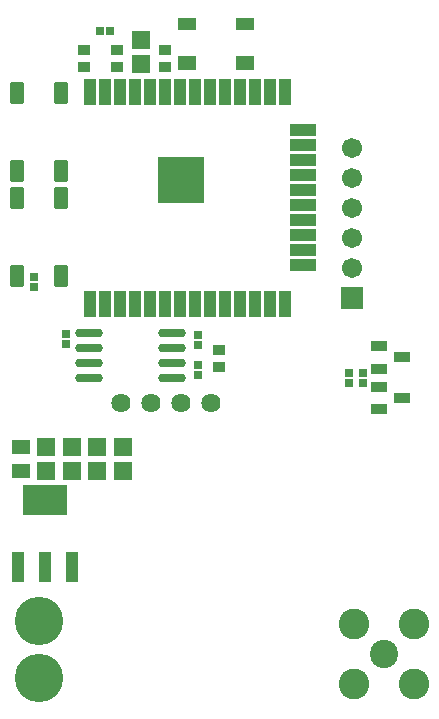
<source format=gbs>
G04 Layer: BottomSolderMaskLayer*
G04 EasyEDA v6.5.46, 2025-09-16 11:21:37*
G04 d57bd40a603b42be9e37e0d49851eb9c,10*
G04 Gerber Generator version 0.2*
G04 Scale: 100 percent, Rotated: No, Reflected: No *
G04 Dimensions in inches *
G04 leading zeros omitted , absolute positions ,3 integer and 6 decimal *
%FSLAX36Y36*%
%MOIN*%

%AMMACRO1*4,1,8,-0.0363,-0.0374,-0.0374,-0.0363,-0.0374,0.0363,-0.0363,0.0374,0.0363,0.0374,0.0374,0.0363,0.0374,-0.0363,0.0363,-0.0374,-0.0363,-0.0374,0*%
%AMMACRO2*4,1,8,-0.0205,-0.0355,-0.0217,-0.0343,-0.0217,0.0343,-0.0205,0.0355,0.0205,0.0355,0.0217,0.0343,0.0217,-0.0343,0.0205,-0.0355,-0.0205,-0.0355,0*%
%AMMACRO3*4,1,8,-0.0185,-0.0177,-0.0197,-0.0166,-0.0197,0.0166,-0.0185,0.0177,0.0185,0.0177,0.0197,0.0166,0.0197,-0.0166,0.0185,-0.0177,-0.0185,-0.0177,0*%
%AMMACRO4*4,1,8,-0.0274,-0.0298,-0.0286,-0.0286,-0.0286,0.0286,-0.0274,0.0298,0.0274,0.0298,0.0286,0.0286,0.0286,-0.0286,0.0274,-0.0298,-0.0274,-0.0298,0*%
%AMMACRO5*4,1,8,-0.0279,-0.0243,-0.0291,-0.0231,-0.0291,0.0231,-0.0279,0.0243,0.0279,0.0243,0.0291,0.0231,0.0291,-0.0231,0.0279,-0.0243,-0.0279,-0.0243,0*%
%AMMACRO6*4,1,8,-0.0254,-0.0158,-0.0266,-0.0146,-0.0266,0.0146,-0.0254,0.0158,0.0254,0.0158,0.0266,0.0146,0.0266,-0.0146,0.0254,-0.0158,-0.0254,-0.0158,0*%
%AMMACRO7*4,1,8,-0.0115,-0.0131,-0.0126,-0.012,-0.0126,0.012,-0.0115,0.0131,0.0115,0.0131,0.0126,0.012,0.0126,-0.012,0.0115,-0.0131,-0.0115,-0.0131,0*%
%AMMACRO8*4,1,8,-0.012,-0.0126,-0.0131,-0.0115,-0.0131,0.0115,-0.012,0.0126,0.012,0.0126,0.0131,0.0115,0.0131,-0.0115,0.012,-0.0126,-0.012,-0.0126,0*%
%AMMACRO9*4,1,8,-0.0195,-0.0433,-0.0207,-0.0422,-0.0207,0.0422,-0.0195,0.0433,0.0195,0.0433,0.0207,0.0422,0.0207,-0.0422,0.0195,-0.0433,-0.0195,-0.0433,0*%
%AMMACRO10*4,1,8,-0.0422,-0.0207,-0.0433,-0.0195,-0.0433,0.0195,-0.0422,0.0207,0.0422,0.0207,0.0433,0.0195,0.0433,-0.0195,0.0422,-0.0207,-0.0422,-0.0207,0*%
%AMMACRO11*4,1,8,-0.0756,-0.0768,-0.0768,-0.0756,-0.0768,0.0756,-0.0756,0.0768,0.0756,0.0768,0.0768,0.0756,0.0768,-0.0756,0.0756,-0.0768,-0.0756,-0.0768,0*%
%AMMACRO12*4,1,8,-0.0303,-0.0216,-0.0315,-0.0205,-0.0315,0.0205,-0.0303,0.0216,0.0303,0.0216,0.0315,0.0205,0.0315,-0.0205,0.0303,-0.0216,-0.0303,-0.0216,0*%
%AMMACRO13*4,1,8,-0.0303,-0.0217,-0.0315,-0.0205,-0.0315,0.0205,-0.0303,0.0217,0.0303,0.0217,0.0315,0.0205,0.0315,-0.0205,0.0303,-0.0217,-0.0303,-0.0217,0*%
%AMMACRO14*4,1,8,-0.0304,-0.0217,-0.0316,-0.0205,-0.0316,0.0205,-0.0304,0.0217,0.0304,0.0217,0.0316,0.0205,0.0316,-0.0205,0.0304,-0.0217,-0.0304,-0.0217,0*%
%AMMACRO15*4,1,8,-0.0304,-0.0216,-0.0316,-0.0205,-0.0316,0.0205,-0.0304,0.0216,0.0304,0.0216,0.0316,0.0205,0.0316,-0.0205,0.0304,-0.0216,-0.0304,-0.0216,0*%
%AMMACRO16*4,1,8,-0.0201,-0.0506,-0.0213,-0.0495,-0.0213,0.0495,-0.0201,0.0506,0.0201,0.0506,0.0213,0.0495,0.0213,-0.0495,0.0201,-0.0506,-0.0201,-0.0506,0*%
%AMMACRO17*4,1,8,-0.0717,-0.0506,-0.0729,-0.0495,-0.0729,0.0495,-0.0717,0.0506,0.0717,0.0506,0.0729,0.0495,0.0729,-0.0495,0.0717,-0.0506,-0.0717,-0.0506,0*%
%ADD10C,0.0670*%
%ADD11MACRO1*%
%ADD12MACRO2*%
%ADD13MACRO3*%
%ADD14MACRO4*%
%ADD15MACRO5*%
%ADD16MACRO6*%
%ADD17MACRO7*%
%ADD18MACRO8*%
%ADD19MACRO9*%
%ADD20MACRO10*%
%ADD21MACRO11*%
%ADD22O,0.092583X0.028803000000000002*%
%ADD23MACRO12*%
%ADD24MACRO13*%
%ADD25MACRO14*%
%ADD26MACRO15*%
%ADD27MACRO16*%
%ADD28MACRO17*%
%ADD29C,0.1615*%
%ADD30C,0.0945*%
%ADD31C,0.1024*%
%ADD32C,0.0640*%

%LPD*%
D10*
G01*
X1175000Y-495000D03*
G01*
X1175000Y-595000D03*
G01*
X1175000Y-695000D03*
G01*
X1175000Y-795000D03*
G01*
X1175000Y-895000D03*
D11*
G01*
X1175000Y-995000D03*
D12*
G01*
X57158Y-660079D03*
G01*
X57156Y-919920D03*
G01*
X202843Y-660079D03*
G01*
X202841Y-919920D03*
D13*
G01*
X280000Y-222558D03*
G01*
X280000Y-167441D03*
G01*
X390000Y-167441D03*
G01*
X390000Y-222558D03*
D14*
G01*
X325000Y-1490629D03*
G01*
X325000Y-1569370D03*
G01*
X410000Y-1490629D03*
G01*
X410000Y-1569370D03*
G01*
X155000Y-1490629D03*
G01*
X155000Y-1569370D03*
G01*
X240000Y-1490629D03*
G01*
X240000Y-1569370D03*
D12*
G01*
X202841Y-569920D03*
G01*
X202843Y-310079D03*
G01*
X57156Y-569920D03*
G01*
X57158Y-310079D03*
D15*
G01*
X70000Y-1490628D03*
G01*
X70000Y-1569371D03*
D14*
G01*
X470000Y-214370D03*
G01*
X470000Y-135629D03*
D13*
G01*
X550000Y-167441D03*
G01*
X550000Y-222558D03*
G01*
X730000Y-1222558D03*
G01*
X730000Y-1167441D03*
D16*
G01*
X1262228Y-1229007D03*
G01*
X1262228Y-1154207D03*
G01*
X1340969Y-1191607D03*
G01*
X1262228Y-1364007D03*
G01*
X1262228Y-1289207D03*
G01*
X1340969Y-1326607D03*
D17*
G01*
X1210000Y-1277040D03*
G01*
X1210000Y-1242959D03*
G01*
X1165000Y-1242959D03*
G01*
X1165000Y-1277040D03*
D18*
G01*
X332959Y-105000D03*
G01*
X367040Y-105000D03*
D17*
G01*
X115000Y-922959D03*
G01*
X115000Y-957040D03*
G01*
X660000Y-1117959D03*
G01*
X660000Y-1152040D03*
G01*
X220000Y-1147038D03*
G01*
X220000Y-1112957D03*
G01*
X660000Y-1252040D03*
G01*
X660000Y-1217959D03*
D19*
G01*
X798897Y-305670D03*
G01*
X748897Y-305670D03*
G01*
X698897Y-305670D03*
G01*
X648897Y-305670D03*
G01*
X598897Y-305670D03*
G01*
X548897Y-305670D03*
G01*
X498897Y-305670D03*
G01*
X448897Y-305670D03*
G01*
X398897Y-305670D03*
G01*
X348897Y-305670D03*
G01*
X298897Y-305670D03*
D20*
G01*
X1011102Y-485005D03*
G01*
X1011102Y-435005D03*
D19*
G01*
X948897Y-305670D03*
G01*
X898897Y-305670D03*
G01*
X848897Y-305670D03*
D20*
G01*
X1011102Y-535005D03*
G01*
X1011102Y-585005D03*
G01*
X1011102Y-635005D03*
G01*
X1011102Y-685005D03*
G01*
X1011102Y-735005D03*
G01*
X1011102Y-785005D03*
G01*
X1011102Y-835005D03*
G01*
X1011102Y-885005D03*
D19*
G01*
X948897Y-1014329D03*
G01*
X898897Y-1014329D03*
G01*
X848897Y-1014329D03*
G01*
X798897Y-1014329D03*
G01*
X748897Y-1014329D03*
G01*
X698897Y-1014329D03*
G01*
X648897Y-1014329D03*
G01*
X598897Y-1014329D03*
G01*
X548897Y-1014329D03*
G01*
X498897Y-1014329D03*
G01*
X448897Y-1014329D03*
G01*
X398897Y-1014329D03*
G01*
X348897Y-1014329D03*
G01*
X298897Y-1014329D03*
D21*
G01*
X603022Y-600556D03*
D22*
G01*
X573980Y-1110000D03*
G01*
X573980Y-1160000D03*
G01*
X573980Y-1210000D03*
G01*
X573980Y-1260000D03*
G01*
X296019Y-1110000D03*
G01*
X296019Y-1160000D03*
G01*
X296019Y-1210000D03*
G01*
X296019Y-1260000D03*
D23*
G01*
X816455Y-80041D03*
D24*
G01*
X816455Y-209963D03*
D25*
G01*
X623541Y-209963D03*
D26*
G01*
X623541Y-80041D03*
D27*
G01*
X240551Y-1891613D03*
G01*
X150000Y-1891613D03*
G01*
X59448Y-1891613D03*
D28*
G01*
X150000Y-1668386D03*
D29*
G01*
X130000Y-2259490D03*
G01*
X130000Y-2070520D03*
D30*
G01*
X1280000Y-2180000D03*
D31*
G01*
X1380000Y-2280000D03*
G01*
X1380000Y-2080000D03*
G01*
X1180000Y-2080000D03*
G01*
X1180000Y-2280000D03*
D32*
G01*
X405000Y-1344690D03*
G01*
X505000Y-1344690D03*
G01*
X605000Y-1344690D03*
G01*
X705000Y-1345320D03*
M02*

</source>
